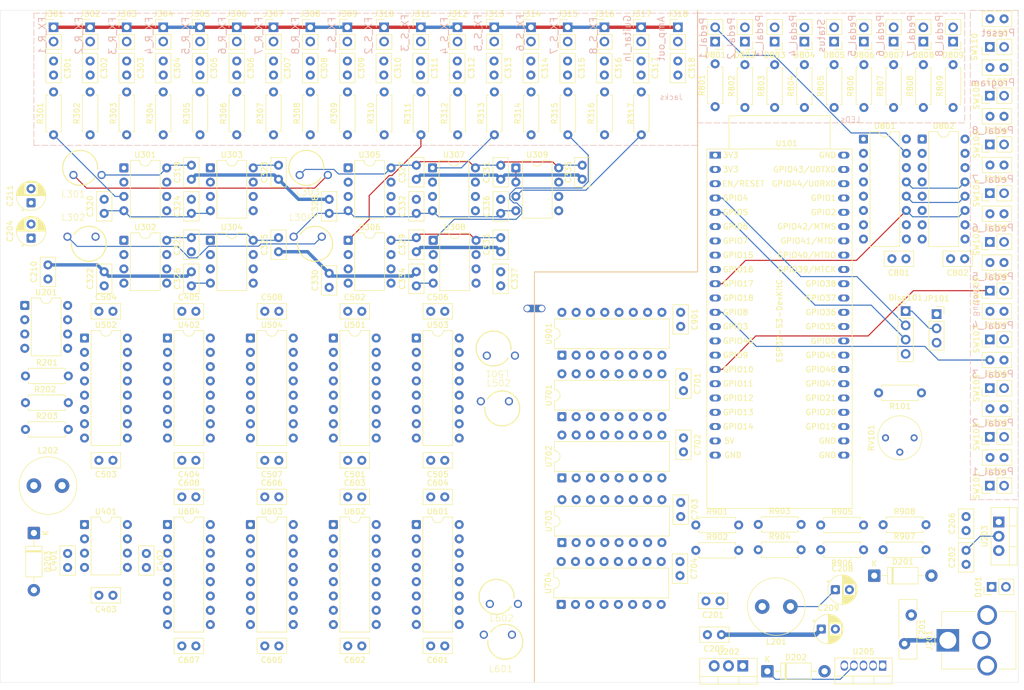
<source format=kicad_pcb>
(kicad_pcb (version 20241229) (generator "pcbnew") (generator_version "9.0")
  (layers (0 "F.Cu" signal) (4 "In1.Cu" signal) (6 "In2.Cu" signal) (2 "B.Cu" signal) (13 "F.Paste" user) (15 "B.Paste" user) (5 "F.SilkS" user "F.Silkscreen") (7 "B.SilkS" user "B.Silkscreen") (1 "F.Mask" user) (3 "B.Mask" user) (25 "Edge.Cuts" user))
  (net 0 "")
  (net 1 "3.3V")
  (net 2 "GND")
  (net 3 "AGND")
  (net 4 "-15V")
  (net 5 "+15V")
  (net 6 "Net-(U101-GPIO6{slash}ADC1_CH5)")
  (net 7 "+5V")
  (net 8 "SR_SHCP")
  (net 9 "SR_OE")
  (net 10 "SR_STCP")
  (net 11 "-5V")
  (net 12 "Net-(U101-GPIO7{slash}ADC1_CH6)")
  (net 13 "Net-(U101-GPIO8{slash}ADC1_CH7)")
  (net 14 "Net-(C301-Pad2)")
  (net 15 "Net-(C301-Pad1)")
  (net 16 "Net-(C302-Pad1)")
  (net 17 "Net-(C302-Pad2)")
  (net 18 "Net-(U101-GPIO9{slash}ADC1_CH8)")
  (net 19 "Net-(C305-Pad2)")
  (net 20 "Net-(C305-Pad1)")
  (net 21 "Net-(C303-Pad1)")
  (net 22 "Net-(C303-Pad2)")
  (net 23 "Net-(C308-Pad1)")
  (net 24 "Net-(C308-Pad2)")
  (net 25 "Net-(U101-GPIO10{slash}ADC1_CH9)")
  (net 26 "Net-(U101-GPIO11{slash}ADC2_CH0)")
  (net 27 "Net-(U101-GPIO12{slash}ADC2_CH1)")
  (net 28 "Net-(U101-GPIO13{slash}ADC2_CH2)")
  (net 29 "Net-(U101-GPIO14{slash}ADC2_CH3)")
  (net 30 "Net-(U101-GPIO15{slash}ADC2_CH4{slash}32K_P)")
  (net 31 "VIN_24V")
  (net 32 "Net-(U201-TC)")
  (net 33 "Net-(D101-K)")
  (net 38 "Net-(C307-Pad1)")
  (net 39 "Net-(C307-Pad2)")
  (net 40 "Net-(C304-Pad1)")
  (net 41 "Net-(C304-Pad2)")
  (net 42 "GUITAR_IN")
  (net 43 "Net-(C306-Pad1)")
  (net 44 "Net-(C306-Pad2)")
  (net 45 "Net-(Disp101-SDA)")
  (net 46 "Net-(Disp101-SCL)")
  (net 47 "Net-(U308-1-)")
  (net 48 "Net-(U308-2-)")
  (net 49 "Net-(U303-2+)")
  (net 50 "Net-(U301-2+)")
  (net 52 "/IO Routing/U701_Q0")
  (net 53 "Net-(U302-2+)")
  (net 54 "/IO Routing/U701_Q3")
  (net 55 "/IO Routing/U701_Q2")
  (net 56 "/IO Routing/U701_Q1")
  (net 57 "/IO Routing/U701_Q6")
  (net 58 "/IO Routing/U701_Q4")
  (net 59 "/IO Routing/U701_Q5")
  (net 60 "Net-(D801-A)")
  (net 61 "Net-(D801-K)")
  (net 62 "Net-(D802-A)")
  (net 63 "Net-(D802-K)")
  (net 64 "Net-(D803-A)")
  (net 65 "Net-(D803-K)")
  (net 66 "Net-(D804-A)")
  (net 67 "Net-(D804-K)")
  (net 68 "Net-(U301-1+)")
  (net 69 "Net-(U302-1+)")
  (net 70 "Net-(U303-1+)")
  (net 71 "MATRIX_OUT_PRE")
  (net 72 "Net-(U305-1-)")
  (net 73 "Net-(U305-2-)")
  (net 74 "Net-(U306-1-)")
  (net 75 "Net-(U306-2-)")
  (net 76 "Net-(U307-1-)")
  (net 77 "Net-(U307-2-)")
  (net 78 "/Inhibit Registers/U901_Q0")
  (net 79 "/Inhibit Registers/U901_Q1")
  (net 90 "Net-(D805-K)")
  (net 95 "Net-(U402-X)")
  (net 96 "Net-(U701-QH')")
  (net 97 "Net-(U702-QH')")
  (net 98 "/Inhibit Registers/U901_Q2")
  (net 99 "Net-(U309-1+)")
  (net 101 "Net-(D805-A)")
  (net 102 "Net-(D806-K)")
  (net 103 "Net-(D806-A)")
  (net 104 "Net-(D807-A)")
  (net 105 "Net-(D807-K)")
  (net 106 "Net-(D808-K)")
  (net 107 "Net-(D808-A)")
  (net 108 "Net-(D809-K)")
  (net 109 "Net-(D809-A)")
  (net 110 "Net-(R101-Pad2)")
  (net 112 "MATRIX_SR_DS")
  (net 113 "LED_SR_DS")
  (net 114 "/Matrix Shift Registers/U702_Q6")
  (net 115 "/Matrix Shift Registers/U702_Q5")
  (net 116 "/Matrix Shift Registers/U702_Q7")
  (net 117 "/IO Routing/U701_Q7")
  (net 118 "/Matrix Shift Registers/U702_Q1")
  (net 119 "/Matrix Shift Registers/U702_Q0")
  (net 120 "/Matrix Shift Registers/U702_Q3")
  (net 121 "/Matrix Shift Registers/U702_Q4")
  (net 122 "Net-(U801-QH')")
  (net 131 "/Inhibit Registers/U901_Q3")
  (net 132 "/Inhibit Registers/U901_Q4")
  (net 133 "/Inhibit Registers/U901_Q5")
  (net 134 "/Inhibit Registers/U901_Q6")
  (net 135 "/Inhibit Registers/U901_Q7")
  (net 137 "INHIBIT_SR_DS")
  (net 138 "/Matrix Shift Registers/U702_Q2")
  (net 139 "/Matrix Shift Registers/U703_Q0")
  (net 140 "/Matrix Shift Registers/U703_Q2")
  (net 141 "/Matrix Shift Registers/U703_Q1")
  (net 142 "/Matrix Shift Registers/U704_Q2")
  (net 143 "/Matrix Shift Registers/U704_Q3")
  (net 144 "/Matrix Shift Registers/U704_Q1")
  (net 145 "/Matrix Shift Registers/U703_Q4")
  (net 146 "/Matrix Shift Registers/U703_Q3")
  (net 147 "/Matrix Shift Registers/U703_Q5")
  (net 150 "/Matrix Shift Registers/U703_Q6")
  (net 151 "/Matrix Shift Registers/U703_Q7")
  (net 152 "/Matrix Shift Registers/U704_Q0")
  (net 155 "FX_R_1")
  (net 156 "FX_R_2")
  (net 157 "FX_R_6")
  (net 158 "FX_R_4")
  (net 159 "FX_R_3")
  (net 160 "FX_R_8")
  (net 161 "FX_R_5")
  (net 162 "FX_R_7")
  (net 163 "FX_S_1")
  (net 164 "FX_S_2")
  (net 165 "FX_S_3")
  (net 166 "FX_S_4")
  (net 167 "FX_S_5")
  (net 168 "FX_S_6")
  (net 169 "FX_S_7")
  (net 170 "FX_S_8")
  (net 171 "Net-(U309-1-)")
  (net 172 "Net-(U309-2-)")
  (net 173 "Net-(U304-2+)")
  (net 174 "Net-(U304-1+)")
  (net 175 "Net-(U703-QH')")
  (net 176 "Net-(Disp101-VCC)")
  (net 177 "/Power/24V_RAW_2")
  (net 178 "Net-(D202-K)")
  (net 179 "Net-(U305-V-)")
  (net 180 "Net-(U305-V+)")
  (net 181 "+15V_F")
  (net 182 "+5V_F")
  (net 183 "-5V_F")
  (net 184 "-15V_F")
  (net 185 "Net-(U601-VDD)")
  (net 186 "Net-(U601-VEE)")
  (net 187 "/Power/24V_RAW_1")
  (net 188 "Net-(U201-Ipk)")
  (net 189 "Net-(U201-Vfb)")
  (net 190 "Net-(C309-Pad2)")
  (net 191 "Net-(C309-Pad1)")
  (net 192 "Net-(C310-Pad1)")
  (net 193 "Net-(C310-Pad2)")
  (net 194 "Net-(C311-Pad2)")
  (net 195 "Net-(C311-Pad1)")
  (net 196 "Net-(C312-Pad2)")
  (net 197 "Net-(C312-Pad1)")
  (net 198 "Net-(C313-Pad2)")
  (net 199 "Net-(C313-Pad1)")
  (net 200 "Net-(C314-Pad1)")
  (net 201 "Net-(C314-Pad2)")
  (net 202 "Net-(C315-Pad1)")
  (net 203 "Net-(C315-Pad2)")
  (net 204 "Net-(C316-Pad1)")
  (net 205 "Net-(C316-Pad2)")
  (net 206 "Net-(C317-Pad1)")
  (net 207 "Net-(C317-Pad2)")
  (net 208 "Net-(C318-Pad1)")
  (footprint "Capacitor_THT:C_Disc_D5.0mm_W2.5mm_P2.50mm" (layer "F.Cu") (at 154 125 -90)
    (property "Reference" "C703")
    (property "Value" "0.1uF")
  )
  (footprint "Resistor_THT:R_Axial_DIN0207_L6.3mm_D2.5mm_P7.62mm_Horizontal" (layer "F.Cu") (at 133.9375 59.62 90)
    (property "Reference" "R315")
    (property "Value" "10k")
  )
  (footprint "Package_DIP:DIP-16_W7.62mm" (layer "F.Cu") (at 107 95.76)
    (property "Reference" "U503")
    (property "Value" "CD4051B")
  )
  (footprint "Package_DIP:DIP-8_W7.62mm" (layer "F.Cu") (at 48 128.92)
    (property "Reference" "U401")
    (property "Value" "ADG419BN")
  )
  (footprint "Capacitor_THT:C_Disc_D5.0mm_W2.5mm_P2.50mm" (layer "F.Cu") (at 62 46.5 -90)
    (property "Reference" "C304")
    (property "Value" "1uF")
  )
  (footprint "Package_DIP:DIP-16_W7.62mm" (layer "F.Cu") (at 77.5 128.92)
    (property "Reference" "U603")
    (property "Value" "CD4051B")
  )
  (footprint "Capacitor_THT:C_Disc_D5.0mm_W2.5mm_P2.50mm" (layer "F.Cu") (at 51.5 86.47 90)
    (property "Reference" "C322")
    (property "Value" "0.1uF")
  )
  (footprint "WE-UKW:WE-UKW_74275010" (layer "F.Cu") (at 48.775 79)
    (property "Reference" "L302")
    (property "Value" "600R@100Mhz")
  )
  (footprint "Package_DIP:DIP-16_W7.62mm" (layer "F.Cu") (at 132.76 143.12 90)
    (property "Reference" "U704")
    (property "Value" "74HC595")
  )
  (footprint "Connector_PinHeader_2.54mm:PinHeader_1x02_P2.54mm_Vertical" (layer "F.Cu") (at 208.96 44 90)
    (property "Reference" "SW110")
    (property "Value" "Preset")
  )
  (footprint "Resistor_THT:R_Axial_DIN0207_L6.3mm_D2.5mm_P7.62mm_Horizontal" (layer "F.Cu") (at 101.2813 59.62 90)
    (property "Reference" "R310")
    (property "Value" "10k")
  )
  (footprint "Capacitor_THT:C_Disc_D5.0mm_W2.5mm_P2.50mm" (layer "F.Cu") (at 140.4286 46.5 -90)
    (property "Reference" "C316")
    (property "Value" "1uF")
  )
  (footprint "Capacitor_THT:C_Disc_D5.0mm_W2.5mm_P2.50mm" (layer "F.Cu") (at 112.055 150.5 180)
    (property "Reference" "C601")
    (property "Value" "0.1uF")
  )
  (footprint "Capacitor_THT:C_Disc_D5.0mm_W2.5mm_P2.50mm" (layer "F.Cu") (at 50.555 91)
    (property "Reference" "C504")
    (property "Value" "0.1uF")
  )
  (footprint "Inductor_THT:L_Radial_D10.0mm_P5.00mm_Fastron_07M" (layer "F.Cu") (at 173.5 143.5 180)
    (property "Reference" "L201")
    (property "Value" "150uH")
  )
  (footprint "Capacitor_THT:C_Disc_D5.0mm_W2.5mm_P2.50mm" (layer "F.Cu") (at 211.485 47.6667 180)
    (property "Reference" "C108")
    (property "Value" "0.1uF")
  )
  (footprint "Connector_PinSocket_2.54mm:PinSocket_1x03_P2.54mm_Vertical" (layer "F.Cu") (at 199.5 91.5)
    (property "Reference" "JP101")
    (property "Value" "Jumper_3_Open")
  )
  (footprint "Capacitor_THT:C_Disc_D5.0mm_W2.5mm_P2.50mm" (layer "F.Cu") (at 42.5 46.5 -90)
    (property "Reference" "C301")
    (property "Value" "1uF")
  )
  (footprint "Capacitor_THT:CP_Radial_D5.0mm_P2.50mm" (layer "F.Cu") (at 181.5 140.5)
    (property "Reference" "C208")
    (property "Value" "220uF 16v")
  )
  (footprint "Connector_PinHeader_2.54mm:PinHeader_1x02_P2.54mm_Vertical" (layer "F.Cu") (at 208.96 87.3333 90)
    (property "Reference" "SW109")
    (property "Value" "Pedal_5")
  )
  (footprint "Capacitor_THT:C_Disc_D5.0mm_W2.5mm_P2.50mm" (layer "F.Cu") (at 154 91.185 -90)
    (property "Reference" "C901")
    (property "Value" "0.1uF")
  )
  (footprint "Connector_PinHeader_2.54mm:PinHeader_1x02_P2.54mm_Vertical" (layer "F.Cu") (at 202.4375 43.05 180)
    (property "Reference" "D809")
    (property "Value" "Pedal_8")
  )
  (footprint "Capacitor_THT:C_Disc_D5.0mm_W2.5mm_P2.50mm" (layer "F.Cu") (at 82.5 80.41 90)
    (property "Reference" "C325")
    (property "Value" "0.1uF")
  )
  (footprint "Library:Jack" (layer "F.Cu") (at 140.4412 40.5)
    (property "Reference" "J316")
    (property "Value" "FX_S_8")
  )
  (footprint "Package_DIP:DIP-16_W7.62mm" (layer "F.Cu") (at 62.75 95.76)
    (property "Reference" "U402")
    (property "Value" "CD4051B")
  )
  (footprint "Resistor_THT:R_Axial_DIN0207_L6.3mm_D2.5mm_P7.62mm_Horizontal" (layer "F.Cu") (at 178.8967 129)
    (property "Reference" "R905")
    (property "Value" "10k")
  )
  (footprint "Capacitor_THT:C_Disc_D5.0mm_W2.5mm_P2.50mm" (layer "F.Cu") (at 68.5357 46.5 -90)
    (property "Reference" "C305")
    (property "Value" "1uF")
  )
  (footprint "Capacitor_THT:C_Disc_D5.0mm_W2.5mm_P2.50mm" (layer "F.Cu") (at 81.6071 46.5 -90)
    (property "Reference" "C307")
    (property "Value" "1uF")
  )
  (footprint "Capacitor_THT:C_Disc_D5.0mm_W2.5mm_P2.50mm" (layer "F.Cu") (at 204.75 130 90)
    (property "Reference" "C206")
    (property "Value" "0.1uF")
  )
  (footprint "Connector_PinHeader_2.54mm:PinHeader_1x04_P2.54mm_Vertical" (layer "F.Cu") (at 194 90.96)
    (property "Reference" "Disp101")
    (property "Value" "~")
  )
  (footprint "Capacitor_THT:C_Disc_D5.0mm_W2.5mm_P2.50mm" (layer "F.Cu") (at 94.805 91)
    (property "Reference" "C502")
    (property "Value" "0.1uF")
  )
  (footprint "Library:Jack" (layer "F.Cu") (at 68.5357 40.5)
    (property "Reference" "J305")
    (property "Value" "FX_R_5")
  )
  (footprint "Capacitor_THT:C_Disc_D5.0mm_W2.5mm_P2.50mm" (layer "F.Cu") (at 109.555 124)
    (property "Reference" "C604")
    (property "Value" "0.1uF")
  )
  (footprint "Resistor_THT:R_Axial_DIN0207_L6.3mm_D2.5mm_P7.62mm_Horizontal" (layer "F.Cu") (at 156.69 133.5)
    (property "Reference" "R902")
    (property "Value" "10k")
  )
  (footprint "Package_DIP:DIP-8_W7.62mm" (layer "F.Cu") (at 70.38 65.5)
    (property "Reference" "U303")
    (property "Value" "TL072")
  )
  (footprint "Package_DIP:DIP-16_W7.62mm" (layer "F.Cu") (at 92.25 128.92)
    (property "Reference" "U602")
    (property "Value" "CD4051B")
  )
  (footprint "Capacitor_THT:C_Disc_D5.0mm_W2.5mm_P2.50mm" (layer "F.Cu") (at 82.555 117.5 180)
    (property "Reference" "C507")
    (property "Value" "0.1uF")
  )
  (footprint "Resistor_THT:R_Axial_DIN0207_L6.3mm_D2.5mm_P7.62mm_Horizontal" (layer "F.Cu") (at 37.5 102.5)
    (property "Reference" "R201")
    (property "Value" "1.5")
  )
  (footprint "Capacitor_THT:C_Disc_D5.0mm_W2.5mm_P2.50mm" (layer "F.Cu") (at 65.305 91)
    (property "Reference" "C405")
    (property "Value" "0.1uF")
  )
  (footprint "Capacitor_THT:CP_Radial_D5.0mm_P2.50mm" (layer "F.Cu") (at 179 147.5)
    (property "Reference" "C209")
    (property "Value" "100uF 50v")
  )
  (footprint "Capacitor_THT:C_Disc_D5.0mm_W2.5mm_P2.50mm" (layer "F.Cu") (at 67 67.53 90)
    (property "Reference" "C319")
    (property "Value" "0.1uF")
  )
  (footprint "WE-UKW:WE-UKW_74275010" (layer "F.Cu") (at 87.45 65.5 180)
    (property "Reference" "L303")
    (property "Value" "600R@100Mhz")
  )
  (footprint "Package_DIP:DIP-16_W7.62mm" (layer "F.Cu") (at 77.5 95.76)
    (property "Reference" "U504")
    (property "Value" "CD4051B")
  )
  (footprint "Capacitor_THT:C_Disc_D5.0mm_W2.5mm_P2.50mm" (layer "F.Cu") (at 211.5 39 180)
    (property "Reference" "C110")
    (property "Value" "0.1uF")
  )
  (footprint "Library:Jack" (layer "F.Cu") (at 107.7941 40.5)
    (property "Reference" "J311")
    (property "Value" "FX_S_3")
  )
  (footprint "Capacitor_THT:CP_Radial_D5.0mm_P2.50mm" (layer "F.Cu") (at 38.5 78 90)
    (property "Reference" "C204")
    (property "Value" "100uF 50v")
  )
  (footprint "WE-UKW:WE-UKW_74275010" (layer "F.Cu") (at 89 79)
    (property "Reference" "L304")
    (property "Value" "600R@100Mhz")
  )
  (footprint "Capacitor_THT:C_Disc_D5.0mm_W2.5mm_P2.50mm" (layer "F.Cu") (at 161.25 148.5 180)
    (property "Reference" "C205")
    (property "Value" "1uF")
  )
  (footprint "Capacitor_THT:C_Disc_D5.0mm_W2.5mm_P2.50mm" (layer "F.Cu") (at 136.5 67.53 90)
    (property "Reference" "C335")
    (property "Value" "0.1uF")
  )
  (footprint "Capacitor_THT:C_Disc_D5.0mm_W2.5mm_P2.50mm" (layer "F.Cu") (at 80.055 91)
    (property "Reference" "C508")
    (property "Value" "0.1uF")
  )
  (footprint "Package_TO_SOT_THT:TO-220-5_Vertical" (layer "F.Cu") (at 189.9 154 180)
    (property "Reference" "U205")
    (property "Value" "LM2576HVT-5")
  )
  (footprint "Capacitor_THT:C_Disc_D5.0mm_W2.5mm_P2.50mm" (layer "F.Cu") (at 67.805 117.5 180)
    (property "Reference" "C404")
    (property "Value" "0.1uF")
  )
  (footprint "Capacitor_THT:C_Disc_D5.0mm_W2.5mm_P2.50mm" (layer "F.Cu") (at 82.555 150.5 180)
    (property "Reference" "C605")
    (property "Value" "0.1uF")
  )
  (footprint "Capacitor_THT:C_Disc_D5.0mm_W2.5mm_P2.50mm" (layer "F.Cu") (at 82.5 67.53 90)
    (property "Reference" "C323")
    (property "Value" "0.1uF")
  )
  (footprint "Package_DIP:DIP-8_W7.62mm" (layer "F.Cu") (at 94.88 65.5)
    (property "Reference" "U305")
    (property "Value" "TL072")
  )
  (footprint "Resistor_THT:R_Axial_DIN0207_L6.3mm_D2.5mm_P7.62mm_Horizontal" (layer "F.Cu") (at 42.5 59.62 90)
    (property "Reference" "R301")
    (property "Value" "10k")
  )
  (footprint "Capacitor_THT:C_Disc_D5.0mm_W2.5mm_P2.50mm" (layer "F.Cu") (at 107 86.47 90)
    (property "Reference" "C334")
    (property "Value" "0.1uF")
  )
  (footprint "Capacitor_THT:C_Disc_D5.0mm_W2.5mm_P2.50mm" (layer "F.Cu") (at 122 80.41 90)
    (property "Reference" "C333")
    (property "Value" "0.1uF")
  )
  (footprint "Resistor_THT:R_Axial_DIN0207_L6.3mm_D2.5mm_P7.62mm_Horizontal" (layer "F.Cu") (at 107.8125 59.62 90)
    (property "Reference" "R311")
    (property "Value" "10k")
  )
  (footprint "Resistor_THT:R_Axial_DIN0207_L6.3mm_D2.5mm_P7.62mm_Horizontal" (layer "F.Cu") (at 196.81 105.5 180)
    (property "Reference" "R101")
    (property "Value" "100")
  )
  (footprint "WE-UKW:WE-UKW_74275010" (layer "F.Cu") (at 120.725 97.615 180)
    (property "Reference" "L501")
    (property "Value" "600R@100Mhz")
  )
  (footprint "Capacitor_THT:C_Disc_D5.0mm_W2.5mm_P2.50mm" (layer "F.Cu") (at 211.485 99.6667 180)
    (property "Reference" "C105")
    (property "Value" "0.1uF")
  )
  (footprint "Capacitor_THT:C_Disc_D5.0mm_W2.5mm_P2.50mm" (layer "F.Cu") (at 80.055 124)
    (property "Reference" "C606")
    (property "Value" "0.1uF")
  )
  (footprint "Capacitor_THT:C_Disc_D5.0mm_W2.5mm_P2.50mm" (layer "F.Cu") (at 67 73.59 90)
    (property "Reference" "C324")
    (property "Value" "0.1uF")
  )
  (footprint "Capacitor_THT:C_Disc_D5.0mm_W2.5mm_P2.50mm" (layer "F.Cu") (at 122 73.59 90)
    (property "Reference" "C336")
    (property "Value" "0.1uF")
  )
  (footprint "Package_DIP:DIP-16_W7.62mm" (layer "F.Cu") (at 132.88 98.805 90)
    (property "Reference" "U901")
    (property "Value" "74HC595")
  )
  (footprint "Connector_PinHeader_2.54mm:PinHeader_1x02_P2.54mm_Vertical" (layer "F.Cu") (at 165.4163 43.05 180)
    (property "Reference" "D802")
    (property "Value" "Pedal_2")
  )
  (footprint "Capacitor_THT:C_Disc_D5.0mm_W2.5mm_P2.50mm" (layer "F.Cu") (at 114.2857 46.5 -90)
    (property "Reference" "C312")
    (property "Value" "1uF")
  )
  (footprint "Connector_BarrelJack:BarrelJack_CUI_PJ-063AH_Horizontal_CircularHoles" (layer "F.Cu") (at 201.5 149.5 90)
    (property "Reference" "J201")
    (property "Value" "Barrel_Jack")
  )
  (footprint "Resistor_THT:R_Axial_DIN0207_L6.3mm_D2.5mm_P7.62mm_Horizontal" (layer "F.Cu") (at 140.4688 59.62 90)
    (property "Reference" "R316")
    (property "Value" "10k")
  )
  (footprint "Connector_PinHeader_2.54mm:PinHeader_1x02_P2.54mm_Vertical" (layer "F.Cu") (at 170.705 43.05 180)
    (property "Reference" "D803")
    (property "Value" "Pedal_3")
  )
  (footprint "Capacitor_THT:C_Disc_D5.0mm_W2.5mm_P2.50mm" (layer "F.Cu") (at 59 134.06 -90)
    (property "Reference" "C402")
    (property "Value" "0.1uF")
  )
  (footprint "Capacitor_THT:CP_Radial_D5.0mm_P2.50mm" (layer "F.Cu") (at 38.5 71.7051 90)
    (property "Reference" "C211")
    (property "Value" "100uF 50v")
  )
  (footprint "Library:Jack" (layer "F.Cu") (at 133.9118 40.5)
    (property "Reference" "J315")
    (property "Value" "FX_S_7")
  )
  (footprint "Package_DIP:DIP-8_W7.62mm" (layer "F.Cu") (at 37.38 89.96)
    (property "Reference" "U201")
    (property "Value" "MC34063AP")
  )
  (footprint "Resistor_THT:R_Axial_DIN0207_L6.3mm_D2.5mm_P7.62mm_Horizontal" (layer "F.Cu") (at 55.5 59.62 90)
    (property "Reference" "R303")
    (property "Value" "10k")
  )
  (footprint "Resistor_THT:R_Axial_DIN0207_L6.3mm_D2.5mm_P7.62mm_Horizontal" (layer "F.Cu") (at 181.2825 54.77 90)
    (property "Reference" "R805")
    (property "Value" "150")
  )
  (footprint "Capacitor_THT:C_Disc_D5.0mm_W2.5mm_P2.50mm" (layer "F.Cu") (at 153.5 46.5 -90)
    (property "Reference" "C318")
    (property "Value" "1uF")
  )
  (footprint "Capacitor_THT:C_Disc_D5.0mm_W2.5mm_P2.50mm" (layer "F.Cu") (at 161 142.5 180)
    (property "Reference" "C201")
    (property "Value" "0.1uF")
  )
  (footprint "Capacitor_THT:C_Disc_D5.0mm_W2.5mm_P2.50mm" (layer "F.Cu") (at 204.75 136 90)
    (property "Reference" "C202")
    (property "Value" "1uF")
  )
  (footprint "Capacitor_THT:C_Disc_D5.0mm_W2.5mm_P2.50mm" (layer "F.Cu") (at 88.1429 46.5 -90)
    (property "Reference" "C308")
    (property "Value" "1uF")
  )
  (footprint "Inductor_THT:L_Radial_D10.0mm_P5.00mm_Fastron_07M" (layer "F.Cu") (at 39 122)
    (property "Reference" "L202")
    (property "Value" "220uH")
  )
  (footprint "WE-UKW:WE-UKW_74275010" (layer "F.Cu") (at 122.81 149.765)
    (property "Reference" "L602")
    (property "Value" "600R@100Mhz")
  )
  (footprint "Capacitor_THT:C_Disc_D5.0mm_W2.5mm_P2.50mm" (layer "F.Cu") (at 204.4925 81.66 180)
    (property "Reference" "C802")
    (property "Value" "0.1uF")
  )
  (footprint "Capacitor_THT:C_Disc_D5.0mm_W2.5mm_P2.50mm" (layer "F.Cu") (at 211.485 65 180)
    (property "Reference" "C104")
    (property "Value" "0.1uF")
  )
  (footprint "Capacitor_THT:C_Disc_D5.0mm_W2.5mm_P2.50mm" (layer "F.Cu") (at 122 67.53 90)
    (property "Reference" "C331")
    (property "Value" "0.1uF")
  )
  (footprint "Capacitor_THT:C_Disc_D5.0mm_W2.5mm_P2.50mm" (layer "F.Cu") (at 94.7353 46.5 -90)
    (property "Reference" "C309")
    (property "Value" "1uF")
  )
  (footprint "Capacitor_THT:C_Disc_D5.0mm_W2.5mm_P2.50mm" (layer "F.Cu") (at 67.805 150.5 180)
    (property "Reference" "C607")
    (property "Value" "0.1uF")
  )
  (footprint "Capacitor_THT:C_Disc_D5.0mm_W2.5mm_P2.50mm" (layer "F.Cu") (at 120.8214 46.5 -90)
    (property "Reference" "C313")
    (property "Value" "1uF")
  )
  (footprint "Resistor_THT:R_Axial_DIN0207_L6.3mm_D2.5mm_P7.62mm_Horizontal" (layer "F.Cu") (at 81.6071 59.62 90)
    (property "Reference" "R307")
    (property "Value" "10k")
  )
  (footprint "Resistor_THT:R_Axial_DIN0207_L6.3mm_D2.5mm_P7.62mm_Horizontal" (layer "F.Cu") (at 68.5357 59.62 90)
    (property "Reference" "R305")
    (property "Value" "10k")
  )
  (footprint "Connector_PinHeader_2.54mm:PinHeader_1x02_P2.54mm_Vertical" (layer "F.Cu") (at 197.1488 43.05 180)
    (property "Reference" "D808")
    (property "Value" "Pedal_7")
  )
  (footprint "Connector_PinHeader_2.54mm:PinHeader_1x02_P2.54mm_Vertical" (layer "F.Cu") (at 208.96 61.3333 90)
    (property "Reference" "SW106")
    (property "Value" "Pedal_8")
  )
  (footprint "Resistor_THT:R_Axial_DIN0207_L6.3mm_D2.5mm_P7.62mm_Horizontal" (layer "F.Cu") (at 37.5 107.25)
    (property "Reference" "R202")
    (property "Value" "1k")
  )
  (footprint "Connector_PinHeader_2.54mm:PinHeader_1x02_P2.54mm_Vertical" (layer "F.Cu") (at 208.96 70 90)
    (property "Reference" "SW104")
    (property "Value" "Pedal_7")
  )
  (footprint "Library:Jack" (layer "F.Cu") (at 49 40.5)
    (property "Reference" "J302")
    (property "Value" "FX_R_2")
  )
  (footprint "Connector_PinHeader_2.54mm:PinHeader_1x02_P2.54mm_Vertical" (layer "F.Cu") (at 160.1275 43.05 180)
    (property "Reference" "D801")
    (property "Value" "Pedal_1")
  )
  (footprint "Library:Jack" (layer "F.Cu") (at 127.3824 40.5)
    (property "Reference" "J314")
    (property "Value" "FX_S_6")
  )
  (footprint "Connector_PinHeader_2.54mm:PinHeader_1x02_P2.54mm_Vertical" (layer "F.Cu") (at 191.86 43.05 180)
    (property "Reference" "D807")
    (property "Value" "Pedal_6")
  )
  (footprint "Capacitor_THT:C_Disc_D5.0mm_W2.5mm_P2.50mm" (layer "F.Cu") (at 211.485 108.3333 180)
    (property "Reference" "C103")
    (property "Value" "0.1uF")
  )
  (footprint "Capacitor_THT:C_Disc_D5.0mm_W2.5mm_P2.50mm" (layer "F.Cu") (at 67 80.41 90)
    (property "Reference" "C321")
    (property "Value" "0.1uF")
  )
  (footprint "Capacitor_THT:C_Disc_D5.0mm_W2.5mm_P2.50mm" (layer "F.Cu") (at 211.485 56.3333 180)
    (property "Reference" "C106")
    (property "Value" "0.1uF")
  )
  (footprint "Capacitor_THT:C_Disc_D5.0mm_W2.5mm_P2.50mm" (layer "F.Cu") (at 107 73.59 90)
    (property "Reference" "C332")
    (property "Value" "0.1uF")
  )
  (footprint "ESP:ESP32-S3-DevKitC" (layer "F.Cu") (at 160.14 63.24)
    (property "Reference" "U101")
    (property "Value" "ESP32-S3-DevKitC")
  )
  (footprint "Connector_PinHeader_2.54mm:PinHeader_1x02_P2.54mm_Vertical" (layer "F.Cu") (at 208.96 96 90)
    (property "Reference" "SW107")
    (property "Value" "Pedal_4")
  )
  (footprint "Resistor_THT:R_Axial_DIN0207_L6.3mm_D2.5mm_P7.62mm_Horizontal" (layer "F.Cu") (at 160.1275 54.62 90)
    (property "Reference" "R801")
    (property "Value" "150")
  )
  (footprint "Capacitor_THT:C_Disc_D5.0mm_W2.5mm_P2.50mm" (layer "F.Cu") (at 107 80.41 90)
    (property "Reference" "C329")
    (property "Value" "0.1uF")
  )
  (footprint "Capacitor_THT:C_Disc_D5.0mm_W2.5mm_P2.50mm" (layer "F.Cu") (at 101.2143 46.5 -90)
    (property "Reference" "C310")
    (property "Value" "1uF")
  )
  (footprint "Package_DIP:DIP-16_W7.62mm" (layer "F.Cu") (at 132.88 109.7367 90)
    (property "Reference" "U701")
    (property "Value" "74HC595")
  )
  (footprint "Package_DIP:DIP-16_W7.62mm" (layer "F.Cu") (at 107 128.92)
    (property "Reference" "U601")
    (property "Value" "CD4051B")
  )
  (footprint "Package_DIP:DIP-8_W7.62mm" (layer "F.Cu") (at 70.38 78.38)
    (property "Reference" "U304")
    (property "Value" "TL072")
  )
  (footprint "Capacitor_THT:C_Disc_D5.0mm_W2.5mm_P2.50mm" (layer "F.Cu") (at 49 46.5 -90)
    (property "Reference" "C302")
    (property "Value" "1uF")
  )
  (footprint "Capacitor_THT:C_Disc_D5.0mm_W2.5mm_P2.50mm" (layer "F.Cu") (at 75.0714 46.5 -90)
    (property "Reference" "C306")
    (property "Value" "1uF")
  )
  (footprint "Library:Jack" (layer "F.Cu") (at 114.3235 40.5)
    (property "Reference" "J312")
    (property "Value" "FX_S_4")
  )
  (footprint "Resistor_THT:R_Axial_DIN0207_L6.3mm_D2.5mm_P7.62mm_Horizontal" (layer "F.Cu") (at 202.4375 54.77 90)
    (property "Reference" "R809")
    (property "Value" "150")
  )
  (footprint "Resistor_THT:R_Axial_DIN0207_L6.3mm_D2.5mm_P7.62mm_Horizontal" (layer "F.Cu") (at 167.7933 128.9)
    (property "Reference" "R903")
    (property "Value" "10k")
  )
  (footprint "Connector_PinHeader_2.54mm:PinHeader_1x02_P2.54mm_Vertical" (layer "F.Cu") (at 208.96 78.6667 90)
    (property "Reference" "SW102")
    (property "Value" "Pedal_6")
  )
  (footprint "Capacitor_THT:C_Disc_D5.0mm_W2.5mm_P2.50mm" (layer "F.Cu") (at 97.305 117.5 180)
    (property "Reference" "C501")
    (property "Value" "0.1uF")
  )
  (footprint "Diode_THT:D_DO-41_SOD81_P10.16mm_Horizontal" (layer "F.Cu") (at 188.42 138)
    (property "Reference" "D201")
    (property "Value" "1N5822")
  )
  (footprint "Package_DIP:DIP-8_W7.62mm" (layer "F.Cu") (at 109.88 65.5)
    (property "Reference" "U307")
    (property "Value" "TL072")
  )
  (footprint "Library:Jack" (layer "F.Cu") (at 146.9706 40.5)
    (property "Reference" "J317")
    (property "Value" "Guitar_In")
  )
  (footprint "Package_DIP:DIP-16_W7.62mm" (layer "F.Cu") (at 196.9375 60.38)
    (property "Reference" "U802")
    (property "Value" "74HC595")
  )
  (footprint "Resistor_THT:R_Axial_DIN0207_L6.3mm_D2.5mm_P7.62mm_Horizontal" (layer "F.Cu") (at 175.9938 54.77 90)
    (property "Reference" "R804")
    (property "Value" "150")
  )
  (footprint "Package_DIP:DIP-16_W7.62mm" (layer "F.Cu") (at 132.88 120.62 90)
    (property "Reference" "U702")
    (property "Value" "74HC595")
  )
  (footprint "Capacitor_THT:C_Disc_D5.0mm_W2.5mm_P2.50mm" (layer "F.Cu") (at 133.8929 46.5 -90)
    (property "Reference" "C315")
    (property "Value" "1uF")
  )
  (footprint "Potentiometer_THT:Potentiometer_Bourns_3339P_Vertical" (layer "F.Cu") (at 195.5 113.5 90)
    (property "Reference" "RV101")
    (property "Value" "500")
  )
  (footprint "Capacitor_THT:C_Disc_D5.0mm_W2.5mm_P2.50mm" (layer "F.Cu") (at 55.5 46.5 -90)
    (property "Reference" "C303")
    (property "Value" "1uF")
  )
  (footprint "WE-UKW:WE-UKW_74275010" (layer "F.Cu") (at 121.26 141.765 180)
    (property "Reference" "L601")
    (property "Value" "600R@100Mhz")
  )
  (footprint "Library:Jack" (layer "F.Cu") (at 101.2647 40.5)
    (property "Reference" "J310")
    (property "Value" "FX_S_2")
  )
  (footprint "Package_DIP:DIP-16_W7.62mm" (layer "F.Cu") (at 62.75 128.92)
    (property "Reference" "U604")
    (property "Value" "CD4051B")
  )
  (footprint "Capacitor_THT:C_Disc_D5.0mm_W2.5mm_P2.50mm" (layer "F.Cu") (at 112.055 117.5 180)
    (property "Reference" "C505")
    (property "Value" "0.1uF")
  )
  (footprint "Capacitor_THT:C_Disc_D5.0mm_W2.5mm_P2.50mm" (layer "F.Cu") (at 53.055 117.5 180)
    (property "Reference" "C503")
    (property "Value" "0.1uF")
  )
  (footprint "Resistor_THT:R_Axial_DIN0207_L6.3mm_D2.5mm_P7.62mm_Horizontal" (layer "F.Cu") (at 120.875 59.62 90)
    (property "Reference" "R313")
    (property "Value" "10k")
  )
  (footprint "Resistor_THT:R_Axial_DIN0207_L6.3mm_D2.5mm_P7.62mm_Horizontal" (layer "F.Cu") (at 186.5713 54.77 90)
    (property "Reference" "R806")
    (property "Value" "150")
  )
  (footprint "Capacitor_THT:C_Disc_D5.0mm_W2.5mm_P2.50mm" (layer "F.Cu") (at 67 86.47 90)
    (property "Reference" "C326")
    (property "Value" "0.1uF")
  )
  (footprint "Library:Jack" (layer "F.Cu") (at 62 40.5)
    (property "Reference" "J304")
    (property "Value" "FX_R_4")
  )
  (footprint "Capacitor_THT:C_Disc_D5.0mm_W2.5mm_P2.50mm" (layer "F.Cu") (at 153.88 135.5 -90)
    (property "Reference" "C704")
    (property "Value" "0.1uF")
  )
  (footprint "Connector_PinHeader_2.54mm:PinHeader_1x02_P2.54mm_Vertical" (layer "F.Cu") (at 175.9938 43.05 180)
    (property "Reference" "D804")
    (property "Value" "Pedal_4")
  )
  (footprint "Diode_THT:D_DO-41_SOD81_P10.16mm_Horizontal" (layer "F.Cu") (at 39 130.42 -90)
    (property "Reference" "D203")
    (property "Value" "1N5819")
  )
  (footprint "Capacitor_THT:C_Disc_D5.0mm_W2.5mm_P2.50mm" (layer "F.Cu") (at 154.5 102.6167 -90)
    (property "Reference" "C701")
    (property "Value" "0.1uF")
  )
  (footprint "Package_DIP:DIP-8_W7.62mm" (layer "F.Cu") (at 55 65.5)
    (property "Reference" "U301")
    (property "Value" "TL072")
  )
  (footprint "Capacitor_THT:C_Disc_D5.0mm_W2.5mm_P2.50mm" (layer "F.Cu") (at 107.75 46.5 -90)
    (property "Reference" "C311")
    (property "Value" "1uF")
  )
  (footprint "Package_DIP:DIP-8_W7.62mm" (layer "F.Cu") (at 110 78.38)
    (property "Reference" "U308")
    (property "Value" "TL072")
  )
  (footprint "WE-UKW:WE-UKW_74275010" (layer "F.Cu") (at 122.275 108.265)
    (property "Reference" "L502")
    (property "Value" "600R@100Mhz")
  )
  (footprint "Connector_PinHeader_2.54mm:PinHeader_1x02_P2.54mm_Vertical" (layer "F.Cu") (at 209.295 140 90)
    (property "Reference" "D101")
    (property "Value" "LED_PWR")
  )
  (footprint "Package_DIP:DIP-16_W7.62mm" (layer "F.Cu") (at 92.25 95.76)
    (property "Reference" "U501")
    (property "Value" "CD4051B")
  )
  (footprint "Capacitor_THT:C_Disc_D5.0mm_W2.5mm_P2.50mm" (layer "F.Cu") (at 211.5 117 180)
    (property "Reference" "C101")
    (property "Value" "0.1uF")
  )
  (footprint "Capacitor_THT:C_Disc_D5.0mm_W2.5mm_P2.50mm" (layer "F.Cu") (at 97.305 150.5 180)
    (property "Reference" "C602")
    (property "Value" "0.1uF")
  )
  (footprint "Connector_PinHeader_2.54mm:PinHeader_1x02_P2.54mm_Vertical" (layer "F.Cu") (at 208.96 122 90)
    (property "Reference" "SW101")
    (property "Value" "Pedal_1")
  )
  (footprint "Package_DIP:DIP-16_W7.62mm" (layer "F.Cu") (at 48 95.76)
    (property "Reference" "U502")
    (property "Value" "CD4051B")
  )
  (footprint "Resistor_THT:R_Axial_DIN0207_L6.3mm_D2.5mm_P7.62mm_Horizontal" (layer "F.Cu") (at 191.86 54.77 90)
    (property "Reference" "R807")
    (property "Value" "150")
  )
  (footprint "Resistor_THT:R_Axial_DIN0207_L6.3mm_D2.5mm_P7.62mm_Horizontal" (layer "F.Cu") (at 190 128.95)
    (property "Reference" "R908")
    (property "Value" "10k")
  )
  (footprint "Library:Jack" (layer "F.Cu") (at 120.8529 40.5)
    (property "Reference" "J313")
    (property "Value" "FX_S_5")
  )
  (footprint "Resistor_THT:R_Axial_DIN0207_L6.3mm_D2.5mm_P7.62mm_Horizontal" (layer "F.Cu") (at 127.4063 59.62 90)
    (property "Reference" "R314")
    (property "Value" "10k")
  )
  (footprint "Capacitor_THT:C_Disc_D5.0mm_W2.5mm_P2.50mm" (layer "F.Cu") (at 45 136.56 90)
    (property "Reference" "C401")
    (property "Value" "0.1uF")
  )
  (footprint "Resistor_THT:R_Axial_DIN0207_L6.3mm_D2.5mm_P7.62mm_Horizontal" (layer "F.Cu") (at 156.69 129)
    (property "Reference" "R901")
    (property "Value" "10k")
  )
  (footprint "Capacitor_THT:C_Disc_D5.0mm_W2.5mm_P2.50mm" (layer "F.Cu") (at 154.5 113.5 -90)
    (property "Reference" "C702")
    (property "Value" "0.1uF")
  )
  (footprint "Resistor_THT:R_Axial_DIN0207_L6.3mm_D2.5mm_P7.62mm_Horizontal" (layer "F.Cu") (at 165.4163 54.77 90)
    (property "Reference" "R802")
    (property "Value" "150")
  )
  (footprint "Package_DIP:DIP-16_W7.62mm" (layer "F.Cu") (at 186.5 60.38)
    (property "Reference" "U801")
    (property "Value" "74HC595")
  )
  (footprint "Capacitor_THT:C_Disc_D5.0mm_W2.5mm_P2.50mm" (layer "F.Cu") (at 65.305 124)
    (property "Reference" "C608")
    (property "Value" "0.1uF")
  )
  (footprint "Capacitor_THT:C_Disc_D5.0mm_W2.5mm_P2.50mm" (layer "F.Cu") (at 122 83.97 -90)
    (property "Reference" "C337")
    (property "Value" "1uF")
  )
  (footprint "Package_DIP:DIP-8_W7.62mm" (layer "F.Cu") (at 124.695 65.5)
    (property "Reference" "U309")
    (property "Value" "TL072")
  )
  (footprint "Package_DIP:DIP-8_W7.62mm" (layer "F.Cu") (at 55 78.38)
    (property "Reference" "U302")
    (property "Value" "TL072")
  )
  (footprint "Capacitor_THT:C_Disc_D5.0mm_W2.5mm_P2.50mm" (layer "F.Cu") (at 211.485 91 180)
    (property "Reference" "C107")
    (property "Value" "0.1uF")
  )
  (footprint "Resistor_THT:R_Axial_DIN0207_L6.3mm_D2.5mm_P7.62mm_Horizontal" (layer "F.Cu") (at 75.0714 59.62 90)
    (property "Reference" "R306")
    (property "Value" "10k")
  )
  (footprint "Capacitor_THT:C_Disc_D5.0mm_W2.5mm_P2.50mm" (layer "F.Cu") (at 194.055 81.66 180)
    (property "Reference" "C801")
    (property "Value" "0.1uF")
  )
  (footprint "Fuse:Fuse_Bourns_MF-RG500" (layer "F.Cu") (at 195 145 -90)
    (property "Reference" "F201")
    (property "Value" "Polyfuse_Small")
  )
  (footprint "Capacitor_THT:C_Disc_D5.0mm_W2.5mm_P2.50mm" (layer "F.Cu") (at 146.9643 46.5 -90)
    (property "Reference" "C317")
    (property "Value" "1uF")
  )
  (footprint "Capacitor_THT:C_Disc_D5.0mm_W2.5mm_P2.50mm" (layer "F.Cu") (at 94.805 124)
    (property "Reference" "C603")
    (property "Value" "0.1uF")
  )
  (footprint "Capacitor_THT:C_Disc_D5.0mm_W2.5mm_P2.50mm" (layer "F.Cu") (at 107 67.53 90)
    (property "Reference" "C327")
    (property "Value" "0.1uF")
  )
  (footprint "Capacitor_THT:C_Disc_D5.0mm_W2.5mm_P2.50mm" (layer "F.Cu") (at 91.5 86.75 90)
    (property "Reference" "C330")
    (property "Value" "0.1uF")
  )
  (footprint "NetTie:NetTie-2_THT_Pad1.0mm" (layer "F.Cu") (at 129.3 90.5 180)
    (property "Reference" "NT101" (hide yes))
    (property "Value" "NetTie_2" (hide yes))
  )
  (footprint "Connector_PinHeader_2.54mm:PinHeader_1x02_P2.54mm_Vertical" (layer "F.Cu") (at 181.2825 43.05 180)
    (property "Reference" "D805")
    (property "Value" "Status")
  )
  (footprint "Capacitor_THT:C_Disc_D5.0mm_W2.5mm_P2.50mm" (layer "F.Cu") (at 127.3571 46.5 -90)
    (property "Reference" "C314")
    (property "Value" "1uF")
  )
  (footprint "Package_TO_SOT_THT:TO-220-3_Vertical" (layer "F.Cu") (at 210.55 128.46 -90)
    (property "Reference" "U203")
    (property "Value" "LM7905_TO220")
  )
  (footprint "Capacitor_THT:C_Disc_D5.0mm_W2.5mm_P2.50mm" (layer "F.Cu") (at 41.5 85.25 90)
    (property "Reference" "C210")
    (property "Value" "470pF")
  )
  (footprint "Connector_PinHeader_2.54mm:PinHeader_1x02_P2.54mm_Vertical" (layer "F.Cu") (at 186.5713 43.05 180)
    (property "Reference" "D806")
    (property "Value" "Pedal_5")
  )
  (footprint "Capacitor_THT:C_Disc_D5.0mm_W2.5mm_P2.50mm" (layer "F.Cu") (at 109.555 91)
    (property "Reference" "C506")
    (property "Value" "0.1uF")
  )
  (footprint "Capacitor_THT:C_Disc_D5.0mm_W2.5mm_P2.50mm" (layer "F.Cu") (at 211.485 73.6667 180)
    (property "Reference" "C102")
    (property "Value" "0.1uF")
  )
  (footprint "Package_DIP:DIP-8_W7.62mm" (layer "F.Cu") (at 94.88 78.38)
    (property "Reference" "U306")
    (property "Value" "TL072")
  )
  (footprint "Package_DIP:DIP-16_W7.62mm" (layer "F.Cu") (at 132.88 132.12 90)
    (property "Reference" "U703")
    (property "Value" "74HC595")
  )
  (footprint "Library:Jack" (layer "F.Cu") (at 153.5 40.5)
    (property "Reference" "J318")
    (property "Value" "Amp_Out")
  )
  (footprint "Resistor_THT:R_Axial_DIN0207_L6.3mm_D2.5mm_P7.62mm_Horizontal" (layer "F.Cu") (at 147 59.62 90)
    (property "Reference" "R317")
    (property "Value" "10k")
  )
  (footprint "Connector_PinHeader_2.54mm:PinHeader_1x02_P2.54mm_Vertical" (layer "F.Cu") (at 208.96 113.3333 90)
    (property "Reference" "SW103")
    (property "Value" "Pedal_2")
  )
  (footprint "Resistor_THT:R_Axial_DIN0207_L6.3mm_D2.5mm_P7.62mm_Horizontal" (layer "F.Cu") (at 114.3438 59.62 90)
    (property "Reference" "R312")
    (property "Value" "10k")
  )
  (footprint "Diode_THT:D_DO-41_SOD81_P10.16mm_Horizontal" (layer "F.Cu") (at 169.42 155)
    (property "Reference" "D202")
    (property "Value" "1N5822")
  )
  (footprint "Library:Jack" (layer "F.Cu") (at 88.1429 40.5)
    (property "Reference" "J308")
    (property "Value" "FX_R_8")
  )
  (footprint "Resistor_THT:R_Axial_DIN0207_L6.3mm_D2.5mm_P7.62mm_Horizontal" (layer "F.Cu") (at 88.1429 59.62 90)
    (property "Reference" "R308")
    (property "Value" "10k")
  )
  (footprint "Connector_PinHeader_2.54mm:PinHeader_1x02_P2.54mm_Vertical" (layer "F.Cu") (at 208.96 104.6667 90)
    (property "Reference" "SW105")
    (property "Value" "Pedal_3")
  )
  (footprint "Resistor_THT:R_Axial_DIN0207_L6.3mm_D2.5mm_P7.62mm_Horizontal" (layer "F.Cu") (at 62 59.62 90)
    (property "Reference" "R304")
    (property "Value" "10k")
  )
  (footprint "Package_TO_SOT_THT:TO-220-3_Vertical" (layer "F.Cu") (at 165.04 154.05 180)
    (property "Reference" "U202")
    (property "Value" "LM7815_TO220")
  )
  (footprint "Resistor_THT:R_Axial_DIN0207_L6.3mm_D2.5mm_P7.62mm_Horizontal" (layer "F.Cu") (at 94.75 59.62 90)
    (property "Reference" "R309")
    (property "Value" "10k")
  )
  (footprint "Resistor_THT:R_Axial_DIN0207_L6.3mm_D2.5mm_P7.62mm_Horizontal" (layer "F.Cu") (at 197.1488 54.77 90)
    (property "Reference" "R808")
    (property "Value" "150")
  )
  (footprint "Resistor_THT:R_Axial_DIN0207_L6.3mm_D2.5mm_P7.62mm_Horizontal" (layer "F.Cu") (at 170.705 54.77 90)
    (property "Reference" "R803")
    (property "Value" "150")
  )
  (footprint "Library:Jack" (layer "F.Cu") (at 94.7353 40.5)
    (property "Reference" "J309")
    (property "Value" "FX_S_1")
  )
  (footprint "Capacitor_THT:C_Disc_D5.0mm_W2.5mm_P2.50mm" (layer "F.Cu") (at 53.055 141.5 180)
    (property "Reference" "C403")
    (property "Value" "0.1uF")
  )
  (footprint "Resistor_THT:R_Axial_DIN0207_L6.3mm_D2.5mm_P7.62mm_Horizontal" (layer "F.Cu") (at 167.7933 133.4)
    (property "Reference" "R904")
    (property "Value" "10k")
  )
  (footprint "Library:Jack" (layer "F.Cu") (at 75.0714 40.5)
    (property "Reference" "J306")
    (property "Value" "FX_R_6")
  )
  (footprint "Capacitor_THT:C_Disc_D5.0mm_W2.5mm_P2.50mm" (layer "F.Cu") (at 211.485 82.3333 180)
    (property "Reference" "C109")
    (property "Value" "0.1uF")
  )
  (footprint "WE-UKW:WE-UKW_74275010" (layer "F.Cu") (at 47.225 65.5 180)
    (property "Reference" "L301")
    (property "Value" "600R@100Mhz")
  )
  (footprint "Resistor_THT:R_Axial_DIN0207_L6.3mm_D2.5mm_P7.62mm_Horizontal" (layer "F.Cu") (at 49 59.62 90)
    (property "Reference" "R302")
    (property "Value" "10k")
  )
  (footprint "Library:Jack" (layer "F.Cu") (at 81.6071 40.5)
    (property "Reference" "J307")
    (property "Value" "FX_R_7")
  )
  (footprint "Capacitor_THT:C_Disc_D5.0mm_W2.5mm_P2.50mm" (layer "F.Cu") (at 51.5 73.59 90)
    (property "Reference" "C320")
    (property "Value" "0.1uF")
  )
  (footprint "Library:Jack" (layer "F.Cu") (at 42.5 40.5)
    (property "Reference" "J301")
    (property "Value" "FX_R_1")
  )
  (footprint "Resistor_THT:R_Axial_DIN0207_L6.3mm_D2.5mm_P7.62mm_Horizontal" (layer "F.Cu") (at 37.5 112)
    (property "Reference" "R203")
    (property "Value" "11k")
  )
  (footprint "Capacitor_THT:C_Disc_D5.0mm_W2.5mm_P2.50mm" (layer "F.Cu") (at 91.5 73.59 90)
    (property "Reference" "C328")
    (property "Value" "0.1uF")
  )
  (footprint "Resistor_THT:R_Axial_DIN0207_L6.3mm_D2.5mm_P7.62mm_Horizontal" (layer "F.Cu") (at 186.5167 133.4 180)
    (property "Reference" "R906")
    (property "Value" "10k")
  )
  (footprint "Resistor_THT:R_Axial_DIN0207_L6.3mm_D2.5mm_P7.62mm_Horizontal" (layer "F.Cu") (at 190 133.4)
    (property "Reference" "R907")
    (property "Value" "10k")
  )
  (footprint "Connector_PinHeader_2.54mm:PinHeader_1x02_P2.54mm_Vertical" (layer "F.Cu") (at 208.96 52.6667 90)
    (property "Reference" "SW108")
    (property "Value" "Program")
  )
  (footprint "Library:Jack" (layer "F.Cu") (at 55.5 40.5)
    (property "Reference" "J303")
    (property "Value" "FX_R_3")
  )
  (gr_line (start 157 37.5) (end 157 84) (stroke (width 0.2)) (layer "F.SilkS"))
  (gr_line (start 128 84) (end 157 84) (stroke (width 0.2)) (layer "F.SilkS"))
  (gr_line (start 128 156.75) (end 128 84) (stroke (width 0.2)) (layer "F.SilkS"))
  (gr_line (start 157 37.5) (end 157 84) (stroke (width 0.1)) (layer "B.SilkS"))
  (gr_line (start 128 157) (end 128 84) (stroke (width 0.1)) (layer "B.SilkS"))
  (gr_rect (start 205.5 37.5) (end 214 124.5) (stroke (width 0.1) (type dash)) (fill no) (layer "B.SilkS"))
  (gr_line (start 128 84) (end 157 84) (stroke (width 0.1)) (layer "B.SilkS"))
  (gr_rect (start 39 38) (end 157 61.5) (stroke (width 0.1) (type dash)) (fill no) (layer "B.SilkS"))
  (gr_rect (start 157 38) (end 204.5 57.5) (stroke (width 0.1) (type dash)) (fill no) (layer "B.SilkS"))
  (gr_rect (start 33 37.5) (end 214 157) (stroke (width 0.05)) (fill no) (layer "Edge.Cuts"))
  (gr_text "Buttons" (at 206 92 270) (layer "B.SilkS") (effects (font (size 1 1) (thickness 0.1)) (justify left bottom mirror)))
  (gr_text "Jacks" (at 154.5 53.5 0) (layer "B.SilkS") (effects (font (size 1 1) (thickness 0.1)) (justify left bottom mirror)))
  (gr_text "LEDs" (at 186 57.5 0) (layer "B.SilkS") (effects (font (size 1 1) (thickness 0.1)) (justify left bottom mirror)))
  (segment (start 107.7941 40.5) (end 101.2647 40.5) (width 0.6) (layer "F.Cu") (net 3))
  (segment (start 133.9118 40.5) (end 127.3824 40.5) (width 0.6) (layer "F.Cu") (net 3))
  (segment (start 42.5 40.5) (end 49 40.5) (width 0.6) (layer "F.Cu") (net 3))
  (segment (start 55.5 40.5) (end 49 40.5) (width 0.6) (layer "F.Cu") (net 3))
  (segment (start 62 40.5) (end 55.5 40.5) (width 0.6) (layer "F.Cu") (net 3))
  (segment (start 120.8529 40.5) (end 114.3235 40.5) (width 0.6) (layer "F.Cu") (net 3))
  (segment (start 94.7353 40.5) (end 101.2647 40.5) (width 0.6) (layer "F.Cu") (net 3))
  (segment (start 81.6071 40.5) (end 75.0714 40.5) (width 0.6) (layer "F.Cu") (net 3))
  (segment (start 153.5 40.5) (end 146.9706 40.5) (width 0.6) (layer "F.Cu") (net 3))
  (segment (start 68.5357 40.5) (end 75.0714 40.5) (width 0.6) (layer "F.Cu") (net 3))
  (segment (start 140.4412 40.5) (end 146.9706 40.5) (width 0.6) (layer "F.Cu") (net 3))
  (segment (start 88.1429 40.5) (end 81.6071 40.5) (width 0.6) (layer "F.Cu") (net 3))
  (segment (start 67.7595 66.7705) (end 81.7405 66.7705) (width 0.6) (layer "B.Cu") (net 3))
  (segment (start 67 67.53) (end 67.7595 66.7705) (width 0.6) (layer "B.Cu") (net 3))
  (segment (start 107 83.97) (end 106.24 84.73) (width 0.6) (layer "B.Cu") (net 3))
  (segment (start 66.2218 84.7482) (end 52.2782 84.7482) (width 0.6) (layer "B.Cu") (net 3))
  (segment (start 114.3235 40.5) (end 107.7941 40.5) (width 0.6) (layer "B.Cu") (net 3))
  (segment (start 121.2405 79.6505) (end 122 80.41) (width 0.6) (layer "B.Cu") (net 3))
  (segment (start 67 83.97) (end 66.2218 84.7482) (width 0.6) (layer "B.Cu") (net 3))
  (segment (start 107 67.53) (end 107.7417 66.7883) (width 0.6) (layer "B.Cu") (net 3))
  (segment (start 107.7595 79.6505) (end 121.2405 79.6505) (width 0.6) (layer "B.Cu") (net 3))
  (segment (start 41.5 82.75) (end 50.28 82.75) (width 0.6) (layer "B.Cu") (net 3))
  (segment (start 86.06 71.09) (end 91.5 71.09) (width 0.6) (layer "B.Cu") (net 3))
  (segment (start 121.2583 66.7883) (end 122 67.53) (width 0.6) (layer "B.Cu") (net 3))
  (segment (start 87.66 80.41) (end 82.5 80.41) (width 0.6) (layer "B.Cu") (net 3))
  (segment (start 81.7405 66.7705) (end 82.5 67.53) (width 0.6) (layer "B.Cu") (net 3))
  (segment (start 82.5 67.53) (end 86.06 71.09) (width 0.6) (layer "B.Cu") (net 3))
  (segment (start 107 80.41) (end 107.7595 79.6505) (width 0.6) (layer "B.Cu") (net 3))
  (segment (start 106.24 84.73) (end 91.98 84.73) (width 0.6) (layer "B.Cu") (net 3))
  (segment (start 52.2782 84.7482) (end 51.5 83.97) (width 0.6) (layer "B.Cu") (net 3))
  (segment (start 91.5 84.25) (end 87.66 80.41) (width 0.6) (layer "B.Cu") (net 3))
  (segment (start 135.7405 66.7705) (end 122.7595 66.7705) (width 0.6) (layer "B.Cu") (net 3))
  (segment (start 50.28 82.75) (end 51.5 83.97) (width 0.6) (layer "B.Cu") (net 3))
  (segment (start 91.98 84.73) (end 91.5 84.25) (width 0.6) (layer "B.Cu") (net 3))
  (segment (start 136.5 67.53) (end 135.7405 66.7705) (width 0.6) (layer "B.Cu") (net 3))
  (segment (start 107.7417 66.7883) (end 121.2583 66.7883) (width 0.6) (layer "B.Cu") (net 3))
  (segment (start 127.3824 40.5) (end 120.8529 40.5) (width 0.6) (layer "B.Cu") (net 3))
  (segment (start 122.7595 66.7705) (end 122 67.53) (width 0.6) (layer "B.Cu") (net 3))
  (segment (start 62 40.5) (end 68.5357 40.5) (width 0.6) (layer "B.Cu") (net 3))
  (segment (start 88.1429 40.5) (end 94.7353 40.5) (width 0.6) (layer "B.Cu") (net 3))
  (segment (start 133.9118 40.5) (end 140.4412 40.5) (width 0.6) (layer "B.Cu") (net 3))
  (segment (start 64.5648 79.465) (end 66.5976 81.4978) (width 0.2) (layer "B.Cu") (net 4))
  (segment (start 66.5976 81.4978) (end 67.987 81.4978) (width 0.2) (layer "B.Cu") (net 4))
  (segment (start 79.3766 79.0199) (end 88.9051 79.0199) (width 0.2) (layer "B.Cu") (net 4))
  (segment (start 67.987 81.4978) (end 70.0521 79.4327) (width 0.2) (layer "B.Cu") (net 4))
  (segment (start 46.695 79.465) (end 64.5648 79.465) (width 0.2) (layer "B.Cu") (net 4))
  (segment (start 210.55 131) (end 207.25 131) (width 0.2) (layer "B.Cu") (net 4))
  (segment (start 78.9638 79.4327) (end 79.3766 79.0199) (width 0.2) (layer "B.Cu") (net 4))
  (segment (start 207.25 131) (end 204.75 133.5) (width 0.2) (layer "B.Cu") (net 4))
  (segment (start 88.9051 79.0199) (end 90.19 77.735) (width 0.2) (layer "B.Cu") (net 4))
  (segment (start 70.0521 79.4327) (end 78.9638 79.4327) (width 0.2) (layer "B.Cu") (net 4))
  (segment (start 44.965 77.735) (end 46.695 79.465) (width 0.2) (layer "B.Cu") (net 4))
  (segment (start 91.26 66.765) (end 88.918 69.107) (width 0.2) (layer "F.Cu") (net 5))
  (segment (start 48.377 69.107) (end 46.035 66.765) (width 0.2) (layer "F.Cu") (net 5))
  (segment (start 88.918 69.107) (end 48.377 69.107) (width 0.2) (layer "F.Cu") (net 5))
  (segment (start 178.5 143.5) (end 181.5 140.5) (width 0.2) (layer "B.Cu") (net 7))
  (segment (start 173.5 143.5) (end 178.5 143.5) (width 0.2) (layer "B.Cu") (net 7))
  (segment (start 161.3917 86.1) (end 165.5389 81.9528) (width 0.2) (layer "F.Cu") (net 8))
  (segment (start 160.14 86.1) (end 161.3917 86.1) (width 0.2) (layer "F.Cu") (net 8))
  (segment (start 165.5389 81.9528) (end 185.2472 81.9528) (width 0.2) (layer "F.Cu") (net 8))
  (segment (start 185.2472 81.9528) (end 194.12 73.08) (width 0.2) (layer "F.Cu") (net 8))
  (segment (start 203.4463 74.1912) (end 195.2312 74.1912) (width 0.2) (layer "B.Cu") (net 8))
  (segment (start 204.5575 73.08) (end 203.4463 74.1912) (width 0.2) (layer "B.Cu") (net 8))
  (segment (start 195.2312 74.1912) (end 194.12 73.08) (width 0.2) (layer "B.Cu") (net 8))
  (segment (start 203.4463 69.1112) (end 204.5575 68) (width 0.2) (layer "B.Cu") (net 9))
  (segment (start 195.2312 69.1112) (end 203.4463 69.1112) (width 0.2) (layer "B.Cu") (net 9))
  (segment (start 194.12 68) (end 195.2312 69.1112) (width 0.2) (layer "B.Cu") (net 9))
  (segment (start 203.4463 71.6512) (end 204.5575 70.54) (width 0.2) (layer "B.Cu") (net 10))
  (segment (start 195.2312 71.6512) (end 203.4463 71.6512) (width 0.2) (layer "B.Cu") (net 10))
  (segment (start 194.12 70.54) (end 195.2312 71.6512) (width 0.2) (layer "B.Cu") (net 10))
  (segment (start 208.985 99.6667) (end 199.8345 99.6667) (width 0.2) (layer "B.Cu") (net 13))
  (segment (start 199.8345 99.6667) (end 197.4101 97.2423) (width 0.2) (layer "B.Cu") (net 13))
  (segment (start 167.454 97.2423) (end 161.3917 91.18) (width 0.2) (layer "B.Cu") (net 13))
  (segment (start 160.14 91.18) (end 161.3917 91.18) (width 0.2) (layer "B.Cu") (net 13))
  (segment (start 197.4101 97.2423) (end 167.454 97.2423) (width 0.2) (layer "B.Cu") (net 13))
  (segment (start 167.3486 95.3831) (end 187.3295 95.3831) (width 0.2) (layer "F.Cu") (net 25))
  (segment (start 160.14 101.34) (end 161.3917 101.34) (width 0.2) (layer "F.Cu") (net 25))
  (segment (start 161.3917 101.34) (end 167.3486 95.3831) (width 0.2) (layer "F.Cu") (net 25))
  (segment (start 195.3793 87.3333) (end 208.96 87.3333) (width 0.2) (layer "F.Cu") (net 25))
  (segment (start 187.3295 95.3831) (end 195.3793 87.3333) (width 0.2) (layer "F.Cu") (net 25))
  (segment (start 178 148.5) (end 161.25 148.5) (width 0.8) (layer "B.Cu") (net 31))
  (segment (start 179 147.5) (end 178 148.5) (width 0.8) (layer "B.Cu") (net 31))
  (segment (start 185.33 84.83) (end 175.3617 84.83) (width 0.2) (layer "B.Cu") (net 45))
  (segment (start 194 93.5) (end 185.33 84.83) (width 0.2) (layer "B.Cu") (net 45))
  (segment (start 175.3617 84.83) (end 161.3917 70.86) (width 0.2) (layer "B.Cu") (net 45))
  (segment (start 160.14 70.86) (end 161.3917 70.86) (width 0.2) (layer "B.Cu") (net 45))
  (segment (start 187.87 89.91) (end 177.9017 89.91) (width 0.2) (layer "B.Cu") (net 46))
  (segment (start 177.9017 89.91) (end 161.3917 73.4) (width 0.2) (layer "B.Cu") (net 46))
  (segment (start 194 96.04) (end 187.87 89.91) (width 0.2) (layer "B.Cu") (net 46))
  (segment (start 160.14 73.4) (end 161.3917 73.4) (width 0.2) (layer "B.Cu") (net 46))
  (segment (start 133.9375 59.62) (end 137.5707 63.2532) (width 0.2) (layer "B.Cu") (net 47))
  (segment (start 123.6252 71.0513) (end 124.3055 71.7316) (width 0.2) (layer "B.Cu") (net 47))
  (segment (start 124.8454 71.7316) (end 125.7467 72.6329) (width 0.2) (layer "B.Cu") (net 47))
  (segment (start 124.7389 74.6417) (end 113.7383 74.6417) (width 0.2) (layer "B.Cu") (net 47))
  (segment (start 125.7467 73.6339) (end 124.7389 74.6417) (width 0.2) (layer "B.Cu") (net 47))
  (segment (start 123.6252 70.1601) (end 123.6252 71.0513) (width 0.2) (layer "B.Cu") (net 47))
  (segment (start 136.4317 69.0917) (end 124.6936 69.0917) (width 0.2) (layer "B.Cu") (net 47))
  (segment (start 124.6936 69.0917) (end 123.6252 70.1601) (width 0.2) (layer "B.Cu") (net 47))
  (segment (start 124.3055 71.7316) (end 124.8454 71.7316) (width 0.2) (layer "B.Cu") (net 47))
  (segment (start 125.7467 72.6329) (end 125.7467 73.6339) (width 0.2) (layer "B.Cu") (net 47))
  (segment (start 137.5707 63.2532) (end 137.5707 67.9527) (width 0.2) (layer "B.Cu") (net 47))
  (segment (start 137.5707 67.9527) (end 136.4317 69.0917) (width 0.2) (layer "B.Cu") (net 47))
  (segment (start 113.7383 74.6417) (end 110 78.38) (width 0.2) (layer "B.Cu") (net 47))
  (segment (start 170.6066 45.5051) (end 180.2308 55.1293) (width 0.2) (layer "B.Cu") (net 60))
  (segment (start 165.1226 45.5051) (end 170.6066 45.5051) (width 0.2) (layer "B.Cu") (net 60))
  (segment (start 190.4932 59.2932) (end 194.12 62.92) (width 0.2) (layer "B.Cu") (net 60))
  (segment (start 160.1275 40.51) (end 165.1226 45.5051) (width 0.2) (layer "B.Cu") (net 60))
  (segment (start 180.2308 55.2056) (end 184.3184 59.2932) (width 0.2) (layer "B.Cu") (net 60))
  (segment (start 180.2308 55.1293) (end 180.2308 55.2056) (width 0.2) (layer "B.Cu") (net 60))
  (segment (start 184.3184 59.2932) (end 190.4932 59.2932) (width 0.2) (layer "B.Cu") (net 60))
  (segment (start 53.46 70.58) (end 55 70.58) (width 0.2) (layer "B.Cu") (net 68))
  (segment (start 42.5 59.62) (end 53.46 70.58) (width 0.2) (layer "B.Cu") (net 68))
  (segment (start 98.6198 70.4246) (end 98.6198 74.6402) (width 0.2) (layer "F.Cu") (net 74))
  (segment (start 102.674 66.8598) (end 102.1846 66.8598) (width 0.2) (layer "F.Cu") (net 74))
  (segment (start 107.8125 61.7213) (end 102.674 66.8598) (width 0.2) (layer "F.Cu") (net 74))
  (segment (start 107.8125 59.62) (end 107.8125 61.7213) (width 0.2) (layer "F.Cu") (net 74))
  (segment (start 98.6198 74.6402) (end 94.88 78.38) (width 0.2) (layer "F.Cu") (net 74))
  (segment (start 102.1846 66.8598) (end 98.6198 70.4246) (width 0.2) (layer "F.Cu") (net 74))
  (segment (start 120.875 59.62) (end 114.995 65.5) (width 0.2) (layer "B.Cu") (net 76))
  (segment (start 114.995 65.5) (end 109.88 65.5) (width 0.2) (layer "B.Cu") (net 76))
  (segment (start 137.1527 69.4673) (end 147 59.62) (width 0.2) (layer "B.Cu") (net 99))
  (segment (start 125.8077 69.4673) (end 137.1527 69.4673) (width 0.2) (layer "B.Cu") (net 99))
  (segment (start 124.695 70.58) (end 125.8077 69.4673) (width 0.2) (layer "B.Cu") (net 99))
  (segment (start 124.695 68.04) (end 124.695 65.5) (width 0.2) (layer "F.Cu") (net 171))
  (segment (start 198.1817 94.04) (end 199.5 94.04) (width 0.2) (layer "B.Cu") (net 176))
  (segment (start 195.1017 90.96) (end 198.1817 94.04) (width 0.2) (layer "B.Cu") (net 176))
  (segment (start 194 90.96) (end 195.1017 90.96) (width 0.2) (layer "B.Cu") (net 176))
  (segment (start 182.3701 156.4299) (end 170.8499 156.4299) (width 0.2) (layer "B.Cu") (net 178))
  (segment (start 184.8 154) (end 182.3701 156.4299) (width 0.2) (layer "B.Cu") (net 178))
  (segment (start 170.8499 156.4299) (end 169.42 155) (width 0.2) (layer "B.Cu") (net 178))
  (segment (start 109.41 73.59) (end 107 73.59) (width 0.2) (layer "B.Cu") (net 179))
  (segment (start 122.47 73.12) (end 122 73.59) (width 0.2) (layer "B.Cu") (net 179))
  (segment (start 85.19 77.735) (end 89.335 73.59) (width 0.2) (layer "B.Cu") (net 179))
  (segment (start 110 86) (end 107.47 86) (width 0.2) (layer "B.Cu") (net 179))
  (segment (start 121.4052 74.1848) (end 110.9448 74.1848) (width 0.2) (layer "B.Cu") (net 179))
  (segment (start 107 73.59) (end 106.4038 74.1862) (width 0.2) (layer "B.Cu") (net 179))
  (segment (start 106.4038 74.1862) (end 95.9462 74.1862) (width 0.2) (layer "B.Cu") (net 179))
  (segment (start 94.41 73.59) (end 94.88 73.12) (width 0.2) (layer "B.Cu") (net 179))
  (segment (start 124.695 73.12) (end 122.47 73.12) (width 0.2) (layer "B.Cu") (net 179))
  (segment (start 91.5 73.59) (end 94.41 73.59) (width 0.2) (layer "B.Cu") (net 179))
  (segment (start 89.335 73.59) (end 91.5 73.59) (width 0.2) (layer "B.Cu") (net 179))
  (segment (start 110.9448 74.1848) (end 109.88 73.12) (width 0.2) (layer "B.Cu") (net 179))
  (segment (start 107.47 86) (end 107 86.47) (width 0.2) (layer "B.Cu") (net 179))
  (segment (start 109.88 73.12) (end 109.41 73.59) (width 0.2) (layer "B.Cu") (net 179))
  (segment (start 122 73.59) (end 121.4052 74.1848) (width 0.2) (layer "B.Cu") (net 179))
  (segment (start 95.9462 74.1862) (end 94.88 73.12) (width 0.2) (layer "B.Cu") (net 179))
  (segment (start 116.3962 64.3962) (end 117.5 65.5) (width 0.2) (layer "F.Cu") (net 180))
  (segment (start 107 77.91) (end 107.6118 77.2982) (width 0.2) (layer "F.Cu") (net 180))
  (segment (start 131.2623 64.4473) (end 122.5827 64.4473) (width 0.2) (layer "F.Cu") (net 180))
  (segment (start 122.5827 64.4473) (end 122 65.03) (width 0.2) (layer "F.Cu") (net 180))
  (segment (start 116.5382 77.2982) (end 117.62 78.38) (width 0.2) (layer "F.Cu") (net 180))
  (segment (start 107 65.03) (end 107.6338 64.3962) (width 0.2) (layer "F.Cu") (net 180))
  (segment (start 132.315 65.5) (end 131.2623 64.4473) (width 0.2) (layer "F.Cu") (net 180))
  (segment (start 107.6338 64.3962) (end 116.3962 64.3962) (width 0.2) (layer "F.Cu") (net 180))
  (segment (start 107.6118 77.2982) (end 116.5382 77.2982) (width 0.2) (layer "F.Cu") (net 180))
  (segment (start 92.3459 65.7768) (end 93.1523 66.5832) (width 0.2) (layer "B.Cu") (net 180))
  (segment (start 132.785 65.03) (end 132.315 65.5) (width 0.2) (layer "B.Cu") (net 180))
  (segment (start 122 77.91) (end 118.09 77.91) (width 0.2) (layer "B.Cu") (net 180))
  (segment (start 87.2482 65.7768) (end 92.3459 65.7768) (width 0.2) (layer "B.Cu") (net 180))
  (segment (start 122 65.03) (end 117.97 65.03) (width 0.2) (layer "B.Cu") (net 180))
  (segment (start 107 65.03) (end 102.97 65.03) (width 0.2) (layer "B.Cu") (net 180))
  (segment (start 117.97 65.03) (end 117.5 65.5) (width 0.2) (layer "B.Cu") (net 180))
  (segment (start 106.53 78.38) (end 107 77.91) (width 0.2) (layer "B.Cu") (net 180))
  (segment (start 102.97 65.03) (end 102.5 65.5) (width 0.2) (layer "B.Cu") (net 180))
  (segment (start 93.1523 66.5832) (end 101.4168 66.5832) (width 0.2) (layer "B.Cu") (net 180))
  (segment (start 118.09 77.91) (end 117.62 78.38) (width 0.2) (layer "B.Cu") (net 180))
  (segment (start 86.26 66.765) (end 87.2482 65.7768) (width 0.2) (layer "B.Cu") (net 180))
  (segment (start 136.5 65.03) (end 132.785 65.03) (width 0.2) (layer "B.Cu") (net 180))
  (segment (start 101.4168 66.5832) (end 102.5 65.5) (width 0.2) (layer "B.Cu") (net 180))
  (segment (start 102.5 78.38) (end 106.53 78.38) (width 0.2) (layer "B.Cu") (net 180))
  (segment (start 63.09 77.91) (end 62.62 78.38) (width 0.2) (layer "B.Cu") (net 181))
  (segment (start 82.5 65.03) (end 78.47 65.03) (width 0.2) (layer "B.Cu") (net 181))
  (segment (start 67.5983 77.3117) (end 76.9317 77.3117) (width 0.2) (layer "B.Cu") (net 181))
  (segment (start 67 65.03) (end 63.09 65.03) (width 0.2) (layer "B.Cu") (net 181))
  (segment (start 63.09 65.03) (end 62.62 65.5) (width 0.2) (layer "B.Cu") (net 181))
  (segment (start 51.035 66.765) (end 61.355 66.765) (width 0.2) (layer "B.Cu") (net 181))
  (segment (start 67 77.91) (end 67.5983 77.3117) (width 0.2) (layer "B.Cu") (net 181))
  (segment (start 78.47 65.03) (end 78 65.5) (width 0.2) (layer "B.Cu") (net 181))
  (segment (start 78 78.38) (end 82.03 78.38) (width 0.2) (layer "B.Cu") (net 181))
  (segment (start 61.355 66.765) (end 62.62 65.5) (width 0.2) (layer "B.Cu") (net 181))
  (segment (start 76.9317 77.3117) (end 78 78.38) (width 0.2) (layer "B.Cu") (net 181))
  (segment (start 82.03 78.38) (end 82.5 77.91) (width 0.2) (layer "B.Cu") (net 181))
  (segment (start 67 77.91) (end 63.09 77.91) (width 0.2) (layer "B.Cu") (net 181))
  (segment (start 67.47 86) (end 67 86.47) (width 0.2) (layer "B.Cu") (net 184))
  (segment (start 70.38 86) (end 67.47 86) (width 0.2) (layer "B.Cu") (net 184))
  (segment (start 67 73.59) (end 69.91 73.59) (width 0.2) (layer "B.Cu") (net 184))
  (segment (start 55 73.12) (end 56.0775 74.1975) (width 0.2) (layer "B.Cu") (net 184))
  (segment (start 55 73.12) (end 51.97 73.12) (width 0.2) (layer "B.Cu") (net 184))
  (segment (start 69.91 73.59) (end 70.38 73.12) (width 0.2) (layer "B.Cu") (net 184))
  (segment (start 66.3925 74.1975) (end 67 73.59) (width 0.2) (layer "B.Cu") (net 184))
  (segment (start 51.97 73.12) (end 51.5 73.59) (width 0.2) (layer "B.Cu") (net 184))
  (segment (start 56.0775 74.1975) (end 66.3925 74.1975) (width 0.2) (layer "B.Cu") (net 184))
  (segment (start 201.5 149.5) (end 194.4 149.5) (width 0.8) (layer "B.Cu") (net 187))
  (segment (start 194.4 149.5) (end 193.8 150.1) (width 0.8) (layer "B.Cu") (net 187))
)
</source>
